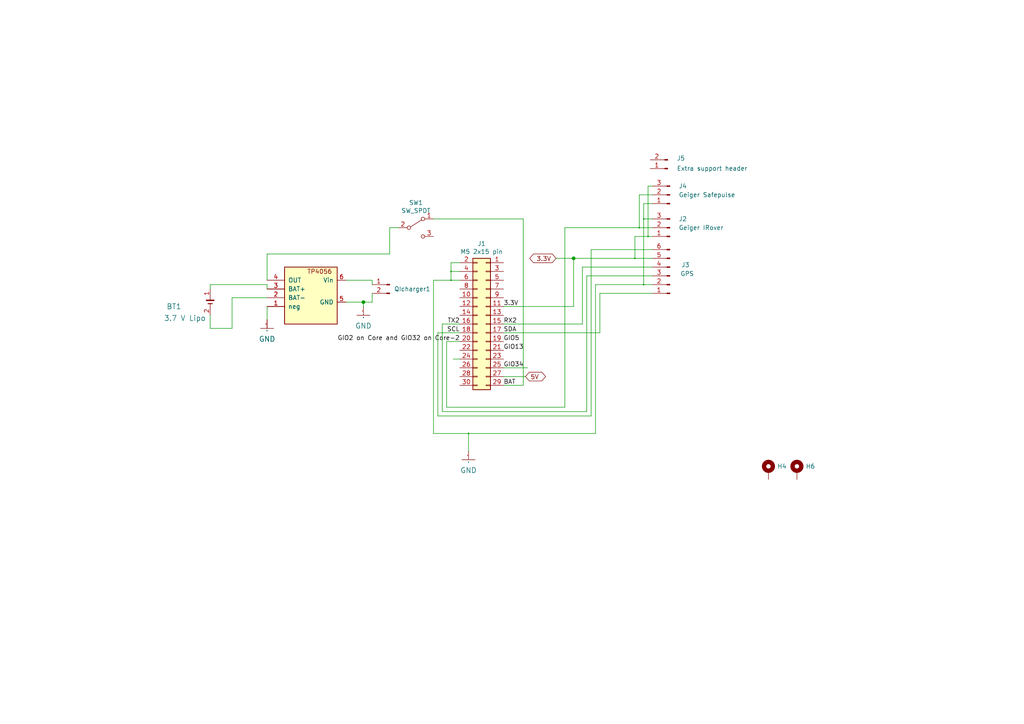
<source format=kicad_sch>
(kicad_sch (version 20240716) (generator "eeschema") (generator_version "8.99")
  (paper "A4")
  (title_block (title "bGeigieZen V4.0.8") (date "2024-08-25") (rev "V4.0.8") (company "GitHub link at https://github.com/Safecast/bGeigieZen"))
  (lib_symbols
    (symbol "Connector:Conn_01x02_Male" (pin_names hide)
      (symbol "Conn_01x02_Male_1_1"
        (rectangle (start 0.8636 0.127) (end 0 -0.127) (fill (type outline)))
        (rectangle (start 0.8636 -2.413) (end 0 -2.667) (fill (type outline)))
        (polyline (pts (xy 1.27 0) (xy 0.8636 0)))
        (polyline (pts (xy 1.27 -2.54) (xy 0.8636 -2.54)))
        (pin passive line (at 5.08 0 180) (length 3.81) (name "Pin_1") (number "1"))
        (pin passive line (at 5.08 -2.54 180) (length 3.81) (name "Pin_2") (number "2"))
      )
    )
    (symbol "Connector:Conn_01x02_Male_1" (pin_names (offset 1.016) hide)
      (property "Reference" "J" (at 0 2.54 0))
      (property "Value" "Conn_01x02_Male" (at 0 -5.08 0))
      (symbol "Conn_01x02_Male_1_1_1"
        (rectangle (start 0.8636 0.127) (end 0 -0.127) (stroke (width 0.1524)) (fill (type outline)))
        (rectangle (start 0.8636 -2.413) (end 0 -2.667) (stroke (width 0.1524)) (fill (type outline)))
        (polyline (pts (xy 1.27 0) (xy 0.8636 0)) (stroke (width 0.1524)))
        (polyline (pts (xy 1.27 -2.54) (xy 0.8636 -2.54)) (stroke (width 0.1524)))
        (pin passive line (at 5.08 0 180) (length 3.81) (name "Pin_1") (number "1"))
        (pin passive line (at 5.08 -2.54 180) (length 3.81) (name "Pin_2") (number "2"))
      )
    )
    (symbol "Connector:Conn_01x03_Male" (pin_names hide)
      (property "Reference" "J" (at 0 5.08 0))
      (property "Value" "Conn_01x03_Male" (at 0 -5.08 0))
      (symbol "Conn_01x03_Male_1_1"
        (rectangle (start 0.8636 2.667) (end 0 2.413) (stroke (width 0.1524)) (fill (type outline)))
        (rectangle (start 0.8636 0.127) (end 0 -0.127) (stroke (width 0.1524)) (fill (type outline)))
        (rectangle (start 0.8636 -2.413) (end 0 -2.667) (stroke (width 0.1524)) (fill (type outline)))
        (polyline (pts (xy 1.27 2.54) (xy 0.8636 2.54)) (stroke (width 0.1524)))
        (polyline (pts (xy 1.27 0) (xy 0.8636 0)) (stroke (width 0.1524)))
        (polyline (pts (xy 1.27 -2.54) (xy 0.8636 -2.54)) (stroke (width 0.1524)))
        (pin passive line (at 5.08 2.54 180) (length 3.81) (name "Pin_1") (number "1"))
        (pin passive line (at 5.08 0 180) (length 3.81) (name "Pin_2") (number "2"))
        (pin passive line (at 5.08 -2.54 180) (length 3.81) (name "Pin_3") (number "3"))
      )
    )
    (symbol "Connector:Conn_01x06_Male" (pin_names (offset 1.016) hide)
      (property "Reference" "J" (at 0 7.62 0))
      (property "Value" "Conn_01x06_Male" (at 0 -10.16 0))
      (symbol "Conn_01x06_Male_1_1"
        (rectangle (start 0.8636 5.207) (end 0 4.953) (stroke (width 0.1524)) (fill (type outline)))
        (rectangle (start 0.8636 2.667) (end 0 2.413) (stroke (width 0.1524)) (fill (type outline)))
        (rectangle (start 0.8636 0.127) (end 0 -0.127) (stroke (width 0.1524)) (fill (type outline)))
        (rectangle (start 0.8636 -2.413) (end 0 -2.667) (stroke (width 0.1524)) (fill (type outline)))
        (rectangle (start 0.8636 -4.953) (end 0 -5.207) (stroke (width 0.1524)) (fill (type outline)))
        (rectangle (start 0.8636 -7.493) (end 0 -7.747) (stroke (width 0.1524)) (fill (type outline)))
        (polyline (pts (xy 1.27 5.08) (xy 0.8636 5.08)) (stroke (width 0.1524)))
        (polyline (pts (xy 1.27 2.54) (xy 0.8636 2.54)) (stroke (width 0.1524)))
        (polyline (pts (xy 1.27 0) (xy 0.8636 0)) (stroke (width 0.1524)))
        (polyline (pts (xy 1.27 -2.54) (xy 0.8636 -2.54)) (stroke (width 0.1524)))
        (polyline (pts (xy 1.27 -5.08) (xy 0.8636 -5.08)) (stroke (width 0.1524)))
        (polyline (pts (xy 1.27 -7.62) (xy 0.8636 -7.62)) (stroke (width 0.1524)))
        (pin passive line (at 5.08 5.08 180) (length 3.81) (name "Pin_1") (number "1"))
        (pin passive line (at 5.08 2.54 180) (length 3.81) (name "Pin_2") (number "2"))
        (pin passive line (at 5.08 0 180) (length 3.81) (name "Pin_3") (number "3"))
        (pin passive line (at 5.08 -2.54 180) (length 3.81) (name "Pin_4") (number "4"))
        (pin passive line (at 5.08 -5.08 180) (length 3.81) (name "Pin_5") (number "5"))
        (pin passive line (at 5.08 -7.62 180) (length 3.81) (name "Pin_6") (number "6"))
      )
    )
    (symbol "Connector_Generic:Conn_02x15_Odd_Even" (pin_names hide)
      (property "Reference" "J" (at 1.27 20.32 0))
      (property "Value" "Conn_02x15_Odd_Even" (at 1.27 -20.32 0))
      (symbol "Conn_02x15_Odd_Even_1_1"
        (rectangle (start -1.27 19.05) (end 3.81 -19.05) (stroke (width 0.254)) (fill (type background)))
        (rectangle (start -1.27 17.907) (end 0 17.653))
        (rectangle (start -1.27 15.367) (end 0 15.113))
        (rectangle (start -1.27 12.827) (end 0 12.573))
        (rectangle (start -1.27 10.287) (end 0 10.033))
        (rectangle (start -1.27 7.747) (end 0 7.493))
        (rectangle (start -1.27 5.207) (end 0 4.953))
        (rectangle (start -1.27 2.667) (end 0 2.413))
        (rectangle (start -1.27 0.127) (end 0 -0.127))
        (rectangle (start -1.27 -2.413) (end 0 -2.667))
        (rectangle (start -1.27 -4.953) (end 0 -5.207))
        (rectangle (start -1.27 -7.493) (end 0 -7.747))
        (rectangle (start -1.27 -10.033) (end 0 -10.287))
        (rectangle (start -1.27 -12.573) (end 0 -12.827))
        (rectangle (start -1.27 -15.113) (end 0 -15.367))
        (rectangle (start -1.27 -17.653) (end 0 -17.907))
        (rectangle (start 3.81 17.907) (end 2.54 17.653))
        (rectangle (start 3.81 15.367) (end 2.54 15.113))
        (rectangle (start 3.81 12.827) (end 2.54 12.573))
        (rectangle (start 3.81 10.287) (end 2.54 10.033))
        (rectangle (start 3.81 7.747) (end 2.54 7.493))
        (rectangle (start 3.81 5.207) (end 2.54 4.953))
        (rectangle (start 3.81 2.667) (end 2.54 2.413))
        (rectangle (start 3.81 0.127) (end 2.54 -0.127))
        (rectangle (start 3.81 -2.413) (end 2.54 -2.667))
        (rectangle (start 3.81 -4.953) (end 2.54 -5.207))
        (rectangle (start 3.81 -7.493) (end 2.54 -7.747))
        (rectangle (start 3.81 -10.033) (end 2.54 -10.287))
        (rectangle (start 3.81 -12.573) (end 2.54 -12.827))
        (rectangle (start 3.81 -15.113) (end 2.54 -15.367))
        (rectangle (start 3.81 -17.653) (end 2.54 -17.907))
        (pin passive line (at -5.08 17.78 0) (length 3.81) (name "Pin_1") (number "1"))
        (pin passive line (at -5.08 15.24 0) (length 3.81) (name "Pin_3") (number "3"))
        (pin passive line (at -5.08 12.7 0) (length 3.81) (name "Pin_5") (number "5"))
        (pin passive line (at -5.08 10.16 0) (length 3.81) (name "Pin_7") (number "7"))
        (pin passive line (at -5.08 7.62 0) (length 3.81) (name "Pin_9") (number "9"))
        (pin passive line (at -5.08 5.08 0) (length 3.81) (name "Pin_11") (number "11"))
        (pin passive line (at -5.08 2.54 0) (length 3.81) (name "Pin_13") (number "13"))
        (pin passive line (at -5.08 0 0) (length 3.81) (name "Pin_15") (number "15"))
        (pin passive line (at -5.08 -2.54 0) (length 3.81) (name "Pin_17") (number "17"))
        (pin passive line (at -5.08 -5.08 0) (length 3.81) (name "Pin_19") (number "19"))
        (pin passive line (at -5.08 -7.62 0) (length 3.81) (name "Pin_21") (number "21"))
        (pin passive line (at -5.08 -10.16 0) (length 3.81) (name "Pin_23") (number "23"))
        (pin passive line (at -5.08 -12.7 0) (length 3.81) (name "Pin_25") (number "25"))
        (pin passive line (at -5.08 -15.24 0) (length 3.81) (name "Pin_27") (number "27"))
        (pin passive line (at -5.08 -17.78 0) (length 3.81) (name "Pin_29") (number "29"))
        (pin passive line (at 7.62 17.78 180) (length 3.81) (name "Pin_2") (number "2"))
        (pin passive line (at 7.62 15.24 180) (length 3.81) (name "Pin_4") (number "4"))
        (pin passive line (at 7.62 12.7 180) (length 3.81) (name "Pin_6") (number "6"))
        (pin passive line (at 7.62 10.16 180) (length 3.81) (name "Pin_8") (number "8"))
        (pin passive line (at 7.62 7.62 180) (length 3.81) (name "Pin_10") (number "10"))
        (pin passive line (at 7.62 5.08 180) (length 3.81) (name "Pin_12") (number "12"))
        (pin passive line (at 7.62 2.54 180) (length 3.81) (name "Pin_14") (number "14"))
        (pin passive line (at 7.62 0 180) (length 3.81) (name "Pin_16") (number "16"))
        (pin passive line (at 7.62 -2.54 180) (length 3.81) (name "Pin_18") (number "18"))
        (pin passive line (at 7.62 -5.08 180) (length 3.81) (name "Pin_20") (number "20"))
        (pin passive line (at 7.62 -7.62 180) (length 3.81) (name "Pin_22") (number "22"))
        (pin passive line (at 7.62 -10.16 180) (length 3.81) (name "Pin_24") (number "24"))
        (pin passive line (at 7.62 -12.7 180) (length 3.81) (name "Pin_26") (number "26"))
        (pin passive line (at 7.62 -15.24 180) (length 3.81) (name "Pin_28") (number "28"))
        (pin passive line (at 7.62 -17.78 180) (length 3.81) (name "Pin_30") (number "30"))
      )
    )
    (symbol "Mechanical:MountingHole_Pad" (pin_numbers hide) (pin_names hide)
      (property "Reference" "H" (at 0 6.35 0))
      (property "Value" "MountingHole_Pad" (at 0 4.445 0))
      (symbol "MountingHole_Pad_0_1"
        (circle (center 0 1.27) (radius 1.27) (stroke (width 1.27)))
      )
      (symbol "MountingHole_Pad_1_1"
        (pin input line (at 0 -2.54 90) (length 2.54) (name "1") (number "1"))
      )
    )
    (symbol "Switch:SW_SPDT" (pin_names (offset 0) hide)
      (symbol "SW_SPDT_0_0"
        (circle (center -2.032 0) (radius 0.508))
        (circle (center 2.032 -2.54) (radius 0.508))
      )
      (symbol "SW_SPDT_0_1"
        (polyline (pts (xy -1.524 0.254) (xy 1.651 2.286)))
        (circle (center 2.032 2.54) (radius 0.508))
      )
      (symbol "SW_SPDT_1_1"
        (pin passive line (at -5.08 0 0) (length 2.54) (name "B") (number "2"))
        (pin passive line (at 5.08 2.54 180) (length 2.54) (name "A") (number "1"))
        (pin passive line (at 5.08 -2.54 180) (length 2.54) (name "C") (number "3"))
      )
    )
    (symbol "bGeigieRaku-V2-rescue:BATTERY-akizuki-M5_board-rescue" (pin_names hide)
      (property "Reference" "BT" (at 0 -7.62 0))
      (property "Value" "BATTERY-akizuki-M5_board-rescue" (at 0 6.35 0))
      (symbol "BATTERY-akizuki-M5_board-rescue_0_1"
        (rectangle (start -1.143 0.635) (end 1.143 0.381) (fill (type outline)))
        (rectangle (start -0.635 -0.381) (end 0.635 -0.508))
        (polyline (pts (xy 0 1.27) (xy 0 0.635)))
        (polyline (pts (xy 0 -0.508) (xy 0 -1.27)))
      )
      (symbol "BATTERY-akizuki-M5_board-rescue_1_1"
        (pin input line (at 0 3.81 270) (length 2.54) (name "+") (number "1"))
        (pin input line (at 0 -3.81 90) (length 2.54) (name "-") (number "2"))
      )
    )
    (symbol "bGeigieRaku-V2-rescue:GND-bGeigieNano_V1.1.5" (power)
      (property "Value" "GND-bGeigieNano_V1.1.5" (at 0 -0.254 0))
      (symbol "GND-bGeigieNano_V1.1.5_1_0"
        (polyline (pts (xy -1.905 0) (xy 1.905 0)))
        (pin power_in line (at 0 2.54 270) (length 2.54) (name "GND") (number "1"))
      )
    )
    (symbol "tp4057:4057" (pin_names (offset 1.016))
      (symbol "4057_1_0"
        (pin input line (at -12.7 7.62 0) (length 5.08) (name "OUT") (number "4"))
        (pin input line (at -12.7 5.08 0) (length 5.08) (name "BAT+") (number "3"))
        (pin input line (at -12.7 2.54 0) (length 5.08) (name "BAT-") (number "2"))
        (pin input line (at -12.7 0 0) (length 5.08) (name "neg") (number "1"))
      )
      (symbol "4057_1_1"
        (rectangle (start -7.62 11.43) (end 7.62 -5.08) (stroke (width 0.254)) (fill (type background)))
        (text "TP4056" (at 2.54 10.16 0) (effects (font (size 1.27 1.27))))
        (pin input line (at 10.16 7.62 180) (length 2.54) (name "Vin") (number "6"))
        (pin input line (at 10.16 1.27 180) (length 2.54) (name "GND") (number "5"))
      )
    )
  )
  (junction (at 186.69 82.55) (diameter 0.3048))
  (junction (at 166.37 74.93))
  (junction (at 130.81 81.28) (diameter 0.3048))
  (junction (at 186.69 63.5) (diameter 0.3048))
  (junction (at 185.42 66.04) (diameter 0.3048))
  (junction (at 184.15 74.93) (diameter 0.3048))
  (junction (at 187.96 68.58) (diameter 0.3048))
  (junction (at 135.89 125.73) (diameter 0.3048))
  (junction (at 105.41 87.63))
  (junction (at 130.81 78.74) (diameter 0.3048))
  (wire (pts (xy 173.99 85.09) (xy 173.99 96.52)))
  (wire (pts (xy 127 96.52) (xy 133.35 96.52)))
  (wire (pts (xy 127 120.65) (xy 127 96.52)))
  (wire (pts (xy 186.69 59.055) (xy 189.23 59.055)))
  (wire (pts (xy 60.96 82.55) (xy 77.47 82.55)))
  (wire (pts (xy 67.31 86.36) (xy 67.31 95.25)))
  (wire (pts (xy 186.69 82.55) (xy 172.72 82.55)))
  (wire (pts (xy 60.96 82.55) (xy 60.96 83.82)))
  (wire (pts (xy 130.81 78.74) (xy 133.35 78.74)))
  (wire (pts (xy 189.23 85.09) (xy 173.99 85.09)))
  (wire (pts (xy 135.89 125.73) (xy 135.89 130.81)))
  (wire (pts (xy 135.89 125.73) (xy 172.72 125.73)))
  (wire (pts (xy 107.95 85.09) (xy 107.95 87.63)))
  (wire (pts (xy 113.03 66.04) (xy 115.57 66.04)))
  (wire (pts (xy 146.05 109.22) (xy 152.4 109.22)))
  (wire (pts (xy 151.765 111.76) (xy 146.05 111.76)))
  (wire (pts (xy 130.81 81.28) (xy 133.35 81.28)))
  (wire (pts (xy 161.29 74.93) (xy 166.37 74.93)))
  (wire (pts (xy 189.23 66.04) (xy 185.42 66.04)))
  (wire (pts (xy 77.47 81.28) (xy 77.47 73.66)))
  (wire (pts (xy 146.05 96.52) (xy 173.99 96.52)))
  (wire (pts (xy 130.81 78.74) (xy 130.81 76.2)))
  (wire (pts (xy 170.18 119.38) (xy 128.27 119.38)))
  (wire (pts (xy 168.91 93.98) (xy 146.05 93.98)))
  (wire (pts (xy 125.73 125.73) (xy 125.73 81.28)))
  (wire (pts (xy 129.54 118.11) (xy 163.83 118.11)))
  (wire (pts (xy 128.27 93.98) (xy 133.35 93.98)))
  (wire (pts (xy 186.69 82.55) (xy 186.69 63.5)))
  (wire (pts (xy 184.15 74.93) (xy 184.15 68.58)))
  (wire (pts (xy 125.73 125.73) (xy 135.89 125.73)))
  (wire (pts (xy 187.96 53.975) (xy 187.96 68.58)))
  (wire (pts (xy 133.35 104.14) (xy 131.445 104.14)))
  (wire (pts (xy 129.54 118.11) (xy 129.54 99.06)))
  (wire (pts (xy 163.83 66.04) (xy 185.42 66.04)))
  (wire (pts (xy 77.47 82.55) (xy 77.47 83.82)))
  (wire (pts (xy 113.03 66.04) (xy 113.03 73.66)))
  (wire (pts (xy 130.81 81.28) (xy 130.81 78.74)))
  (wire (pts (xy 125.73 81.28) (xy 130.81 81.28)))
  (wire (pts (xy 171.45 72.39) (xy 189.23 72.39)))
  (wire (pts (xy 170.18 80.01) (xy 170.18 119.38)))
  (wire (pts (xy 189.23 77.47) (xy 168.91 77.47)))
  (wire (pts (xy 67.31 95.25) (xy 60.96 95.25)))
  (wire (pts (xy 100.33 87.63) (xy 105.41 87.63)))
  (wire (pts (xy 185.42 56.515) (xy 185.42 66.04)))
  (wire (pts (xy 189.23 56.515) (xy 185.42 56.515)))
  (wire (pts (xy 146.05 88.9) (xy 166.37 88.9)))
  (wire (pts (xy 163.83 66.04) (xy 163.83 118.11)))
  (wire (pts (xy 105.41 87.63) (xy 105.41 88.9)))
  (wire (pts (xy 172.72 82.55) (xy 172.72 125.73)))
  (wire (pts (xy 171.45 72.39) (xy 171.45 120.65)))
  (wire (pts (xy 77.47 73.66) (xy 113.03 73.66)))
  (wire (pts (xy 130.81 76.2) (xy 133.35 76.2)))
  (wire (pts (xy 187.96 53.975) (xy 189.23 53.975)))
  (wire (pts (xy 189.23 82.55) (xy 186.69 82.55)))
  (wire (pts (xy 107.95 81.28) (xy 107.95 82.55)))
  (wire (pts (xy 128.27 119.38) (xy 128.27 93.98)))
  (wire (pts (xy 168.91 77.47) (xy 168.91 93.98)))
  (wire (pts (xy 184.15 68.58) (xy 187.96 68.58)))
  (wire (pts (xy 187.96 68.58) (xy 189.23 68.58)))
  (wire (pts (xy 129.54 99.06) (xy 133.35 99.06)))
  (wire (pts (xy 77.47 88.9) (xy 77.47 92.71)))
  (wire (pts (xy 166.37 74.93) (xy 184.15 74.93)))
  (wire (pts (xy 186.69 63.5) (xy 186.69 59.055)))
  (wire (pts (xy 151.765 63.5) (xy 151.765 111.76)))
  (wire (pts (xy 60.96 95.25) (xy 60.96 91.44)))
  (wire (pts (xy 125.73 63.5) (xy 151.765 63.5)))
  (wire (pts (xy 166.37 74.93) (xy 166.37 88.9)))
  (wire (pts (xy 184.15 74.93) (xy 189.23 74.93)))
  (wire (pts (xy 189.23 80.01) (xy 170.18 80.01)))
  (wire (pts (xy 146.05 106.68) (xy 153.035 106.68)))
  (wire (pts (xy 171.45 120.65) (xy 127 120.65)))
  (wire (pts (xy 186.69 63.5) (xy 189.23 63.5)))
  (wire (pts (xy 77.47 86.36) (xy 67.31 86.36)))
  (wire (pts (xy 107.95 87.63) (xy 105.41 87.63)))
  (wire (pts (xy 100.33 81.28) (xy 107.95 81.28)))
  (label "SDA" (at 146.05 96.52 0))
  (label "TX2" (at 133.35 93.98 180))
  (label "GIO13" (at 146.05 101.6 0))
  (label "GIO34" (at 146.05 106.68 0))
  (label "GIO2 on Core and GIO32 on Core-2" (at 133.35 99.06 180))
  (label "3.3V" (at 146.05 88.9 0))
  (label "SCL" (at 133.35 96.52 180))
  (label "GIO5" (at 146.05 99.06 0))
  (label "BAT" (at 146.05 111.76 0))
  (label "RX2" (at 146.05 93.98 0))
  (global_label "3.3V" (shape bidirectional) (at 161.29 74.93 180) (property "Intersheetrefs" "${INTERSHEET_REFS}" (effects (hide yes))))
  (global_label "5V" (shape bidirectional) (at 152.4 109.22 0) (property "Intersheetrefs" "${INTERSHEET_REFS}" (effects (hide yes))))
  (symbol (lib_id "Connector_Generic:Conn_02x15_Odd_Even") (at 140.97 93.98 0) (mirror y) (unit 1)
    (property "Reference" "J1" (at 139.7 70.6882 0))
    (property "Value" "M5 2x15 pin" (at 139.7 72.9996 0))
    (property "Footprint" "Connector_PinHeader_2.54mm:PinHeader_2x15_P2.54mm_Vertical" (effects (hide yes)))
    (property "Datasheet" "Hirosugi Instruments: PSM-4200233-15" (effects (hide yes)))
  )
  (symbol (lib_id "bGeigieRaku-V2-rescue:BATTERY-akizuki-M5_board-rescue") (at 60.96 87.63 0) (unit 1)
    (property "Reference" "BT1" (at 48.26 88.9 0) (effects (font (size 1.524 1.524)) (justify left)))
    (property "Value" "3.7 V Lipo" (at 47.5075 92.2843 0) (effects (font (size 1.524 1.524)) (justify left)))
    (property "Footprint" "Library:BATTERY_18650-HOLDER" (effects (hide yes)))
  )
  (symbol (lib_id "Connector:Conn_01x06_Male") (at 194.31 80.01 180) (unit 1)
    (property "Reference" "J3" (at 200.025 76.835 0) (effects (justify left)))
    (property "Value" "GPS" (at 201.295 79.375 0) (effects (justify left)))
    (property "Footprint" "Connector_PinSocket_2.54mm:PinSocket_1x06_P2.54mm_Vertical" (effects (hide yes)))
  )
  (symbol (lib_id "Connector:Conn_01x03_Male") (at 194.31 66.04 180) (unit 1)
    (property "Reference" "J2" (at 196.85 63.5 0) (effects (justify right)))
    (property "Value" "Geiger IRover" (at 196.85 66.04 0) (effects (justify right)))
    (property "Footprint" "Connector_PinHeader_2.54mm:PinHeader_1x03_P2.54mm_Vertical" (effects (hide yes)))
  )
  (symbol (lib_id "bGeigieRaku-V2-rescue:GND-bGeigieNano_V1.1.5") (at 135.89 133.35 0) (unit 1)
    (property "Reference" "#GND01" (effects (hide yes)))
    (property "Value" "GND" (at 135.89 136.4234 0) (effects (font (size 1.4986 1.4986))))
  )
  (symbol (lib_id "Mechanical:MountingHole_Pad") (at 222.885 136.525 0) (unit 1)
    (property "Reference" "H4" (at 225.425 135.255 0) (effects (justify left)))
    (property "Value" "MountingHole_Pad" (effects (hide yes)))
    (property "Footprint" "MountingHole:MountingHole_3.2mm_M3" (effects (hide yes)))
  )
  (symbol (lib_id "Connector:Conn_01x02_Male") (at 113.03 82.55 0) (mirror y) (unit 1)
    (property "Reference" "QIcharger1" (at 114.3 83.82 0) (effects (justify right)))
    (property "Value" "QI GND" (effects (hide yes)))
    (property "Footprint" "Connector_JST:JST_PH_B2B-PH-K_1x02_P2.00mm_Vertical" (effects (hide yes)))
  )
  (symbol (lib_id "Mechanical:MountingHole_Pad") (at 231.14 136.525 0) (unit 1)
    (property "Reference" "H6" (at 233.68 135.255 0) (effects (justify left)))
    (property "Value" "MountingHole_Pad" (effects (hide yes)))
    (property "Footprint" "MountingHole:MountingHole_3.2mm_M3" (effects (hide yes)))
  )
  (symbol (lib_id "bGeigieRaku-V2-rescue:GND-bGeigieNano_V1.1.5") (at 105.41 91.44 0) (unit 1)
    (property "Reference" "#GND02" (effects (hide yes)))
    (property "Value" "GND" (at 105.41 94.5134 0) (effects (font (size 1.4986 1.4986))))
  )
  (symbol (lib_id "Connector:Conn_01x03_Male") (at 194.31 56.515 180) (unit 1)
    (property "Reference" "J4" (at 196.85 53.975 0) (effects (justify right)))
    (property "Value" "Geiger Safepulse" (at 196.85 56.515 0) (effects (justify right)))
    (property "Footprint" "Connector_PinHeader_2.54mm:PinHeader_1x03_P2.54mm_Vertical" (effects (hide yes)))
  )
  (symbol (lib_id "tp4057:4057") (at 90.17 88.9 0) (unit 1)
    (property "Reference" "TP4056" (effects (hide yes)))
    (property "Value" "TP4056" (effects (hide yes)))
    (property "Footprint" "bGeigieZen:TP4056" (effects (hide yes)))
    (property "Datasheet" "http://www.ti.com/lit/ds/symlink/cd4056b.pdf" (effects (hide yes)))
    (property "Description" "BCD to 7-Segment Decoder/Driver, Strobed-Latch Function" (effects (hide yes)))
  )
  (symbol (lib_name "Connector:Conn_01x02_Male_1") (lib_id "Connector:Conn_01x02_Male") (at 193.675 48.895 180) (unit 1)
    (property "Reference" "J5" (at 196.2913 45.9168 0) (effects (justify right)))
    (property "Value" "Extra support header" (at 196.2913 48.8505 0) (effects (justify right)))
    (property "Footprint" "Connector_PinHeader_2.54mm:PinHeader_1x02_P2.54mm_Vertical" (effects (hide yes)))
  )
  (symbol (lib_id "bGeigieRaku-V2-rescue:GND-bGeigieNano_V1.1.5") (at 77.47 95.25 0) (unit 1)
    (property "Reference" "#GND03" (effects (hide yes)))
    (property "Value" "GND" (at 77.47 98.3234 0) (effects (font (size 1.4986 1.4986))))
  )
  (symbol (lib_id "Switch:SW_SPDT") (at 120.65 66.04 0) (unit 1)
    (property "Reference" "SW1" (at 120.65 58.801 0))
    (property "Value" "SW_SPDT" (at 120.65 61.1124 0))
    (property "Footprint" "bGeigieRaku_M5_1015:EG1206" (effects (hide yes)))
    (property "Datasheet" "https://www.digikey.jp/product-detail/ja/e-switch/EG1206/EG1916-ND/251333" (effects (hide yes)))
  )
)
</source>
